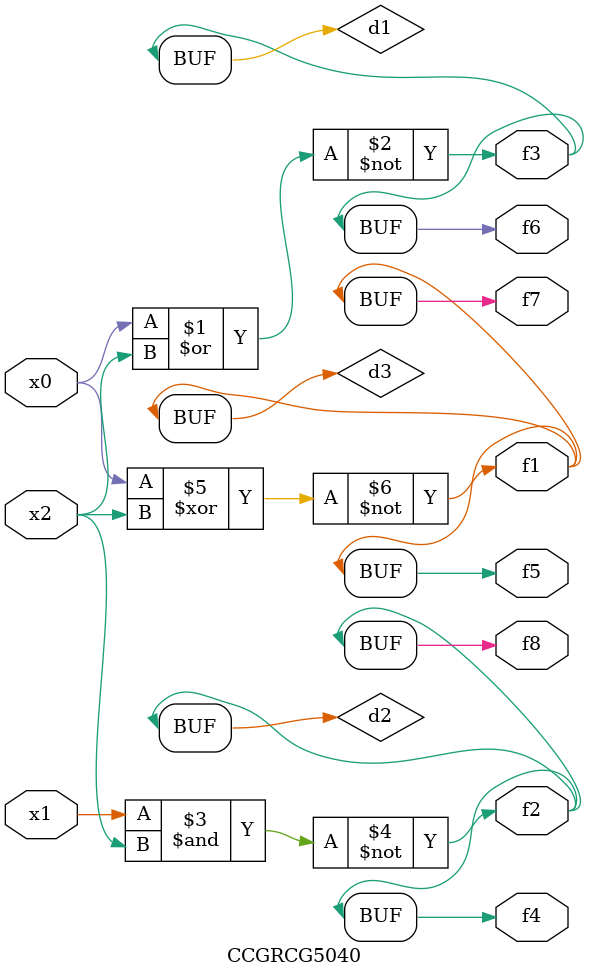
<source format=v>
module CCGRCG5040(
	input x0, x1, x2,
	output f1, f2, f3, f4, f5, f6, f7, f8
);

	wire d1, d2, d3;

	nor (d1, x0, x2);
	nand (d2, x1, x2);
	xnor (d3, x0, x2);
	assign f1 = d3;
	assign f2 = d2;
	assign f3 = d1;
	assign f4 = d2;
	assign f5 = d3;
	assign f6 = d1;
	assign f7 = d3;
	assign f8 = d2;
endmodule

</source>
